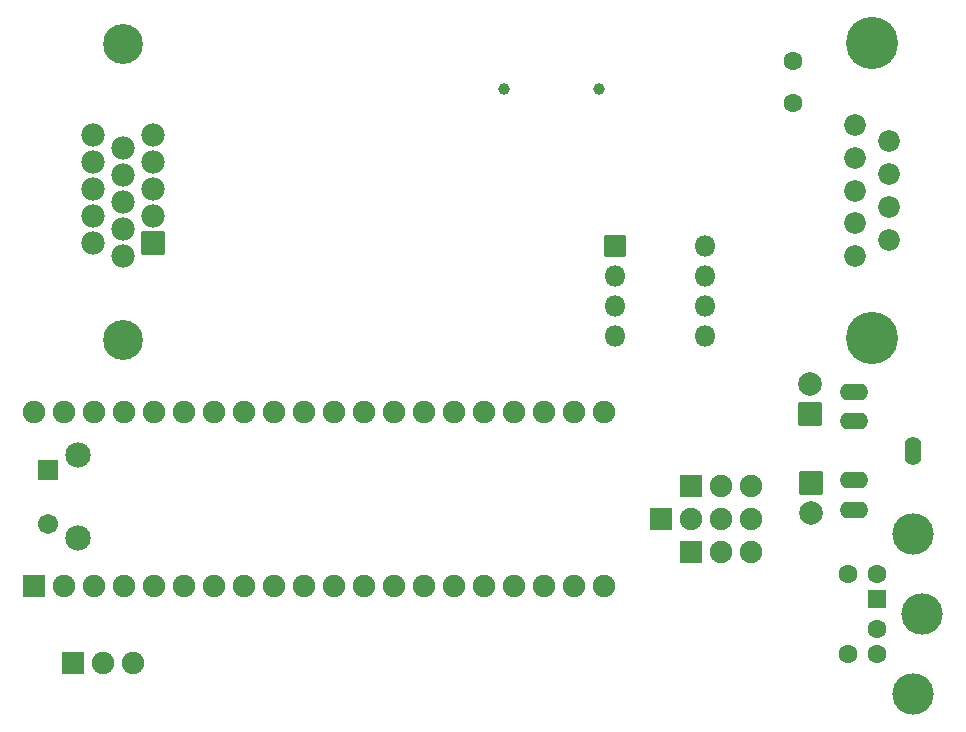
<source format=gbr>
%TF.GenerationSoftware,KiCad,Pcbnew,7.0.7*%
%TF.CreationDate,2024-07-14T10:34:44+05:00*%
%TF.ProjectId,ZXMagic F411,5a584d61-6769-4632-9046-3431312e6b69,rev?*%
%TF.SameCoordinates,Original*%
%TF.FileFunction,Soldermask,Top*%
%TF.FilePolarity,Negative*%
%FSLAX46Y46*%
G04 Gerber Fmt 4.6, Leading zero omitted, Abs format (unit mm)*
G04 Created by KiCad (PCBNEW 7.0.7) date 2024-07-14 10:34:44*
%MOMM*%
%LPD*%
G01*
G04 APERTURE LIST*
G04 Aperture macros list*
%AMRoundRect*
0 Rectangle with rounded corners*
0 $1 Rounding radius*
0 $2 $3 $4 $5 $6 $7 $8 $9 X,Y pos of 4 corners*
0 Add a 4 corners polygon primitive as box body*
4,1,4,$2,$3,$4,$5,$6,$7,$8,$9,$2,$3,0*
0 Add four circle primitives for the rounded corners*
1,1,$1+$1,$2,$3*
1,1,$1+$1,$4,$5*
1,1,$1+$1,$6,$7*
1,1,$1+$1,$8,$9*
0 Add four rect primitives between the rounded corners*
20,1,$1+$1,$2,$3,$4,$5,0*
20,1,$1+$1,$4,$5,$6,$7,0*
20,1,$1+$1,$6,$7,$8,$9,0*
20,1,$1+$1,$8,$9,$2,$3,0*%
G04 Aperture macros list end*
%ADD10RoundRect,0.101600X-0.850000X-0.850000X0.850000X-0.850000X0.850000X0.850000X-0.850000X0.850000X0*%
%ADD11C,1.903200*%
%ADD12RoundRect,0.101600X-0.800000X-0.800000X0.800000X-0.800000X0.800000X0.800000X-0.800000X0.800000X0*%
%ADD13O,1.803200X1.803200*%
%ADD14RoundRect,0.101600X0.850000X-0.850000X0.850000X0.850000X-0.850000X0.850000X-0.850000X-0.850000X0*%
%ADD15O,1.903200X1.903200*%
%ADD16RoundRect,0.102000X-0.850000X-0.850000X0.850000X-0.850000X0.850000X0.850000X-0.850000X0.850000X0*%
%ADD17C,1.904000*%
%ADD18RoundRect,0.102000X-0.754000X0.754000X-0.754000X-0.754000X0.754000X-0.754000X0.754000X0.754000X0*%
%ADD19C,1.712000*%
%ADD20C,2.154000*%
%ADD21RoundRect,0.102000X0.699000X-0.699000X0.699000X0.699000X-0.699000X0.699000X-0.699000X-0.699000X0*%
%ADD22C,1.602000*%
%ADD23C,3.510000*%
%ADD24C,1.839000*%
%ADD25C,4.420000*%
%ADD26C,3.383200*%
%ADD27RoundRect,0.102000X-0.892500X0.892500X-0.892500X-0.892500X0.892500X-0.892500X0.892500X0.892500X0*%
%ADD28C,1.989000*%
%ADD29RoundRect,0.101600X0.900000X-0.900000X0.900000X0.900000X-0.900000X0.900000X-0.900000X-0.900000X0*%
%ADD30C,2.003200*%
%ADD31O,2.403200X1.403200*%
%ADD32O,1.403200X2.403200*%
%ADD33RoundRect,0.101600X-0.900000X0.900000X-0.900000X-0.900000X0.900000X-0.900000X0.900000X0.900000X0*%
%ADD34C,1.603200*%
%ADD35C,1.003200*%
G04 APERTURE END LIST*
D10*
%TO.C,A1*%
X61499950Y-69400000D03*
D11*
X64039950Y-69400000D03*
X66579950Y-69400000D03*
X69119950Y-69400000D03*
X71659950Y-69400000D03*
X74199950Y-69400000D03*
X76739950Y-69400000D03*
X79279950Y-69400000D03*
X81819950Y-69400000D03*
X84359950Y-69400000D03*
X86899950Y-69400000D03*
X89439950Y-69400000D03*
X91979950Y-69400000D03*
X94519950Y-69400000D03*
X97059950Y-69400000D03*
X99599950Y-69400000D03*
X102139950Y-69400000D03*
X104679950Y-69400000D03*
X107219950Y-69400000D03*
X109759950Y-69400000D03*
X109760000Y-54600000D03*
X107220000Y-54600000D03*
X104680000Y-54600000D03*
X102140000Y-54600000D03*
X99600000Y-54600000D03*
X97060000Y-54600000D03*
X94520000Y-54600000D03*
X91980000Y-54600000D03*
X89440000Y-54600000D03*
X86900000Y-54600000D03*
X84360000Y-54600000D03*
X81820000Y-54600000D03*
X79280000Y-54600000D03*
X76740000Y-54600000D03*
X74200000Y-54600000D03*
X71660000Y-54600000D03*
X69120000Y-54600000D03*
X66580000Y-54600000D03*
X64040000Y-54600000D03*
X61500000Y-54599950D03*
%TD*%
D12*
%TO.C,U1*%
X110668000Y-40584600D03*
D13*
X110668000Y-43124600D03*
X110668000Y-45664600D03*
X110668000Y-48204600D03*
X118288000Y-48204600D03*
X118288000Y-45664600D03*
X118288000Y-43124600D03*
X118288000Y-40584600D03*
%TD*%
D14*
%TO.C,REF\u002A\u002A*%
X117129600Y-66484600D03*
D15*
X119669600Y-66484600D03*
X122209600Y-66484600D03*
%TD*%
D14*
%TO.C,REF\u002A\u002A*%
X117129600Y-60896600D03*
D15*
X119669600Y-60896600D03*
X122209600Y-60896600D03*
%TD*%
D16*
%TO.C,RV1*%
X64755000Y-75915000D03*
D17*
X67295000Y-75915000D03*
X69835000Y-75915000D03*
%TD*%
D12*
%TO.C,Soket*%
X110668000Y-40584600D03*
D13*
X110668000Y-43124600D03*
X110668000Y-45664600D03*
X110668000Y-48204600D03*
X118288000Y-48204600D03*
X118288000Y-45664600D03*
X118288000Y-43124600D03*
X118288000Y-40584600D03*
%TD*%
D18*
%TO.C,SW1*%
X62687400Y-59525035D03*
D19*
X62687400Y-64075035D03*
D20*
X65187400Y-58300035D03*
X65187400Y-65300035D03*
%TD*%
D14*
%TO.C,REF\u002A\u002A*%
X114579600Y-63690600D03*
D15*
X117119600Y-63690600D03*
X119659600Y-63690600D03*
X122199600Y-63690600D03*
%TD*%
D21*
%TO.C,J4*%
X132890000Y-70430000D03*
D22*
X132890000Y-73030000D03*
X132890000Y-68380000D03*
X132890000Y-75080000D03*
X130400000Y-68380000D03*
X130400000Y-75080000D03*
D23*
X136700000Y-71730000D03*
X135890000Y-78490000D03*
X135890000Y-64970000D03*
%TD*%
D24*
%TO.C,J3*%
X131030000Y-41420000D03*
X131030000Y-38650000D03*
X131030000Y-35880000D03*
X131030000Y-33110000D03*
X131030000Y-30340000D03*
X133870000Y-40035000D03*
X133870000Y-37265000D03*
X133870000Y-34495000D03*
X133870000Y-31725000D03*
D25*
X132450000Y-48375000D03*
X132450000Y-23385000D03*
%TD*%
D26*
%TO.C,J6*%
X69000000Y-23505000D03*
X69000000Y-48495000D03*
D27*
X71540000Y-40315000D03*
D28*
X71540000Y-38025000D03*
X71540000Y-35735000D03*
X71540000Y-33445000D03*
X71540000Y-31155000D03*
X69000000Y-41455000D03*
X69000000Y-39165000D03*
X69000000Y-36875000D03*
X69000000Y-34585000D03*
X69000000Y-32295000D03*
X66460000Y-40315000D03*
X66460000Y-38025000D03*
X66460000Y-35735000D03*
X66460000Y-33445000D03*
X66460000Y-31155000D03*
%TD*%
D29*
%TO.C,D5*%
X127178000Y-54831000D03*
D30*
X127178000Y-52291000D03*
%TD*%
D31*
%TO.C,J1*%
X130910000Y-62910000D03*
X130910000Y-60410000D03*
D32*
X135910000Y-57910000D03*
D31*
X130910000Y-52910000D03*
X130910000Y-55410000D03*
%TD*%
D33*
%TO.C,D4*%
X127300000Y-60655000D03*
D30*
X127300000Y-63195000D03*
%TD*%
D34*
%TO.C,CMOS CR12220*%
X125725000Y-28475000D03*
X125725000Y-24875000D03*
%TD*%
D35*
%TO.C,J5*%
X101300000Y-27250000D03*
X109300000Y-27250000D03*
%TD*%
M02*

</source>
